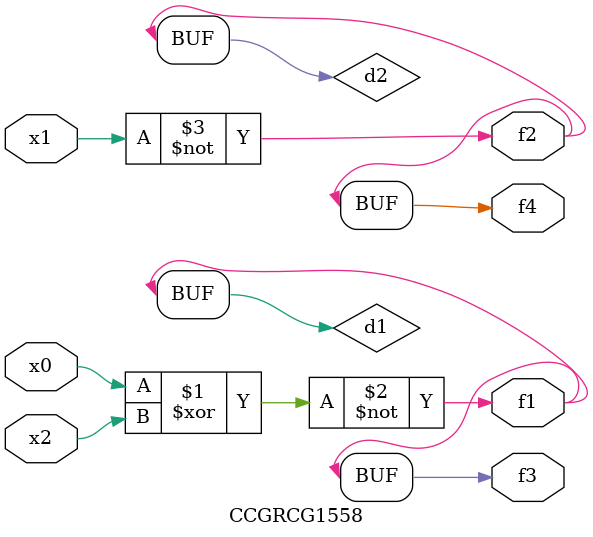
<source format=v>
module CCGRCG1558(
	input x0, x1, x2,
	output f1, f2, f3, f4
);

	wire d1, d2, d3;

	xnor (d1, x0, x2);
	nand (d2, x1);
	nor (d3, x1, x2);
	assign f1 = d1;
	assign f2 = d2;
	assign f3 = d1;
	assign f4 = d2;
endmodule

</source>
